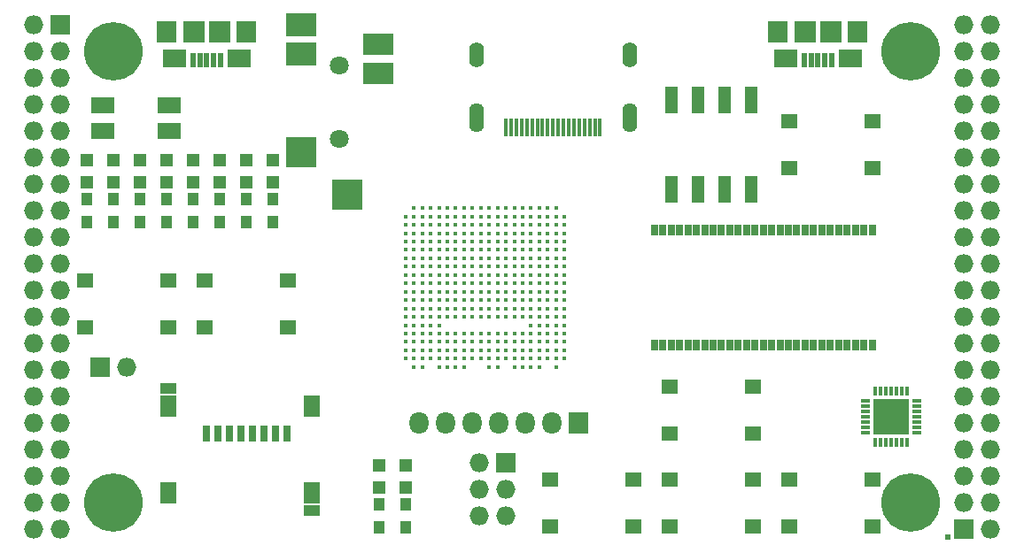
<source format=gts>
G04 #@! TF.FileFunction,Soldermask,Top*
%FSLAX46Y46*%
G04 Gerber Fmt 4.6, Leading zero omitted, Abs format (unit mm)*
G04 Created by KiCad (PCBNEW 4.0.7+dfsg1-1) date Fri Nov 10 03:01:21 2017*
%MOMM*%
%LPD*%
G01*
G04 APERTURE LIST*
%ADD10C,0.100000*%
%ADD11R,0.600000X0.600000*%
%ADD12R,1.298880X1.298880*%
%ADD13R,0.660000X1.000000*%
%ADD14R,1.827200X1.827200*%
%ADD15O,1.827200X1.827200*%
%ADD16C,5.600000*%
%ADD17R,2.300000X1.500000*%
%ADD18R,1.000000X1.300000*%
%ADD19R,2.200000X1.700000*%
%ADD20R,2.000000X2.000000*%
%ADD21R,0.500000X1.450000*%
%ADD22R,1.900000X2.000000*%
%ADD23O,0.950000X0.400000*%
%ADD24O,0.400000X0.950000*%
%ADD25R,1.775000X1.775000*%
%ADD26R,1.827200X2.132000*%
%ADD27O,1.827200X2.132000*%
%ADD28R,2.900000X2.300000*%
%ADD29R,2.900000X2.900000*%
%ADD30R,2.900000X2.100000*%
%ADD31C,1.800000*%
%ADD32O,1.400000X2.800000*%
%ADD33O,1.400000X2.400000*%
%ADD34R,0.350000X1.700000*%
%ADD35R,1.650000X1.400000*%
%ADD36R,1.220000X2.540000*%
%ADD37C,0.430000*%
%ADD38R,0.800000X1.600000*%
%ADD39R,1.550000X1.000000*%
%ADD40R,1.550000X2.100000*%
G04 APERTURE END LIST*
D10*
D11*
X182675150Y-111637626D03*
D12*
X118230000Y-77709020D03*
X118230000Y-75610980D03*
X115690000Y-77709020D03*
X115690000Y-75610980D03*
X113150000Y-77709020D03*
X113150000Y-75610980D03*
X110610000Y-77709020D03*
X110610000Y-75610980D03*
X108070000Y-77709020D03*
X108070000Y-75610980D03*
X105530000Y-77709020D03*
X105530000Y-75610980D03*
X102990000Y-77709020D03*
X102990000Y-75610980D03*
X100450000Y-77709020D03*
X100450000Y-75610980D03*
D13*
X175480000Y-82270000D03*
X154680000Y-93330000D03*
X155480000Y-93330000D03*
X156280000Y-93330000D03*
X157080000Y-93330000D03*
X157880000Y-93330000D03*
X158680000Y-93330000D03*
X159480000Y-93330000D03*
X160280000Y-93330000D03*
X161080000Y-93330000D03*
X161880000Y-93330000D03*
X162680000Y-93330000D03*
X163480000Y-93330000D03*
X164280000Y-93330000D03*
X165080000Y-93330000D03*
X165880000Y-93330000D03*
X166680000Y-93330000D03*
X167480000Y-93330000D03*
X168280000Y-93330000D03*
X169080000Y-93330000D03*
X169880000Y-93330000D03*
X170680000Y-93330000D03*
X171480000Y-93330000D03*
X172280000Y-93330000D03*
X173080000Y-93330000D03*
X173880000Y-93330000D03*
X174680000Y-93330000D03*
X175480000Y-93330000D03*
X174680000Y-82270000D03*
X173880000Y-82270000D03*
X173080000Y-82270000D03*
X172280000Y-82270000D03*
X171480000Y-82270000D03*
X170680000Y-82270000D03*
X169880000Y-82270000D03*
X169080000Y-82270000D03*
X168280000Y-82270000D03*
X167480000Y-82270000D03*
X166680000Y-82270000D03*
X165880000Y-82270000D03*
X165080000Y-82270000D03*
X164280000Y-82270000D03*
X163480000Y-82270000D03*
X162680000Y-82270000D03*
X161880000Y-82270000D03*
X161080000Y-82270000D03*
X160280000Y-82270000D03*
X159480000Y-82270000D03*
X158680000Y-82270000D03*
X157880000Y-82270000D03*
X157080000Y-82270000D03*
X156280000Y-82270000D03*
X155480000Y-82270000D03*
X154680000Y-82270000D03*
D14*
X97910000Y-62690000D03*
D15*
X95370000Y-62690000D03*
X97910000Y-65230000D03*
X95370000Y-65230000D03*
X97910000Y-67770000D03*
X95370000Y-67770000D03*
X97910000Y-70310000D03*
X95370000Y-70310000D03*
X97910000Y-72850000D03*
X95370000Y-72850000D03*
X97910000Y-75390000D03*
X95370000Y-75390000D03*
X97910000Y-77930000D03*
X95370000Y-77930000D03*
X97910000Y-80470000D03*
X95370000Y-80470000D03*
X97910000Y-83010000D03*
X95370000Y-83010000D03*
X97910000Y-85550000D03*
X95370000Y-85550000D03*
X97910000Y-88090000D03*
X95370000Y-88090000D03*
X97910000Y-90630000D03*
X95370000Y-90630000D03*
X97910000Y-93170000D03*
X95370000Y-93170000D03*
X97910000Y-95710000D03*
X95370000Y-95710000D03*
X97910000Y-98250000D03*
X95370000Y-98250000D03*
X97910000Y-100790000D03*
X95370000Y-100790000D03*
X97910000Y-103330000D03*
X95370000Y-103330000D03*
X97910000Y-105870000D03*
X95370000Y-105870000D03*
X97910000Y-108410000D03*
X95370000Y-108410000D03*
X97910000Y-110950000D03*
X95370000Y-110950000D03*
D14*
X184270000Y-110950000D03*
D15*
X186810000Y-110950000D03*
X184270000Y-108410000D03*
X186810000Y-108410000D03*
X184270000Y-105870000D03*
X186810000Y-105870000D03*
X184270000Y-103330000D03*
X186810000Y-103330000D03*
X184270000Y-100790000D03*
X186810000Y-100790000D03*
X184270000Y-98250000D03*
X186810000Y-98250000D03*
X184270000Y-95710000D03*
X186810000Y-95710000D03*
X184270000Y-93170000D03*
X186810000Y-93170000D03*
X184270000Y-90630000D03*
X186810000Y-90630000D03*
X184270000Y-88090000D03*
X186810000Y-88090000D03*
X184270000Y-85550000D03*
X186810000Y-85550000D03*
X184270000Y-83010000D03*
X186810000Y-83010000D03*
X184270000Y-80470000D03*
X186810000Y-80470000D03*
X184270000Y-77930000D03*
X186810000Y-77930000D03*
X184270000Y-75390000D03*
X186810000Y-75390000D03*
X184270000Y-72850000D03*
X186810000Y-72850000D03*
X184270000Y-70310000D03*
X186810000Y-70310000D03*
X184270000Y-67770000D03*
X186810000Y-67770000D03*
X184270000Y-65230000D03*
X186810000Y-65230000D03*
X184270000Y-62690000D03*
X186810000Y-62690000D03*
D16*
X102990000Y-108410000D03*
X179190000Y-108410000D03*
X179190000Y-65230000D03*
X102990000Y-65230000D03*
D17*
X108274000Y-70330000D03*
X101974000Y-70330000D03*
X101974000Y-72830000D03*
X108274000Y-72830000D03*
D14*
X101720000Y-95456000D03*
D15*
X104260000Y-95456000D03*
D12*
X128390000Y-104820980D03*
X128390000Y-106919020D03*
X130930000Y-104820980D03*
X130930000Y-106919020D03*
D18*
X128390000Y-108580000D03*
X128390000Y-110780000D03*
X130930000Y-110780000D03*
X130930000Y-108580000D03*
D19*
X114980000Y-65875000D03*
X108780000Y-65875000D03*
D20*
X113080000Y-63325000D03*
X110680000Y-63325000D03*
D21*
X113180000Y-66000000D03*
X112530000Y-66000000D03*
X111880000Y-66000000D03*
X111230000Y-66000000D03*
X110580000Y-66000000D03*
D22*
X115680000Y-63325000D03*
X108080000Y-63325000D03*
D19*
X173400000Y-65875000D03*
X167200000Y-65875000D03*
D20*
X171500000Y-63325000D03*
X169100000Y-63325000D03*
D21*
X171600000Y-66000000D03*
X170950000Y-66000000D03*
X170300000Y-66000000D03*
X169650000Y-66000000D03*
X169000000Y-66000000D03*
D22*
X174100000Y-63325000D03*
X166500000Y-63325000D03*
D14*
X140455000Y-104600000D03*
D15*
X137915000Y-104600000D03*
X140455000Y-107140000D03*
X137915000Y-107140000D03*
X140455000Y-109680000D03*
X137915000Y-109680000D03*
D18*
X118230000Y-81570000D03*
X118230000Y-79370000D03*
X115690000Y-81570000D03*
X115690000Y-79370000D03*
X113150000Y-81570000D03*
X113150000Y-79370000D03*
X110610000Y-81570000D03*
X110610000Y-79370000D03*
X108070000Y-81570000D03*
X108070000Y-79370000D03*
X105530000Y-81570000D03*
X105530000Y-79370000D03*
X102990000Y-81570000D03*
X102990000Y-79370000D03*
X100450000Y-81570000D03*
X100450000Y-79370000D03*
D23*
X179735000Y-101655000D03*
X179735000Y-101155000D03*
X179735000Y-100655000D03*
X179735000Y-100155000D03*
X179735000Y-99655000D03*
X179735000Y-99155000D03*
X179735000Y-98655000D03*
D24*
X178785000Y-97705000D03*
X178285000Y-97705000D03*
X177785000Y-97705000D03*
X177285000Y-97705000D03*
X176785000Y-97705000D03*
X176285000Y-97705000D03*
X175785000Y-97705000D03*
D23*
X174835000Y-98655000D03*
X174835000Y-99155000D03*
X174835000Y-99655000D03*
X174835000Y-100155000D03*
X174835000Y-100655000D03*
X174835000Y-101155000D03*
X174835000Y-101655000D03*
D24*
X175785000Y-102605000D03*
X176285000Y-102605000D03*
X176785000Y-102605000D03*
X177285000Y-102605000D03*
X177785000Y-102605000D03*
X178285000Y-102605000D03*
X178785000Y-102605000D03*
D25*
X176447500Y-99317500D03*
X176447500Y-100992500D03*
X178122500Y-99317500D03*
X178122500Y-100992500D03*
D26*
X147440000Y-100790000D03*
D27*
X144900000Y-100790000D03*
X142360000Y-100790000D03*
X139820000Y-100790000D03*
X137280000Y-100790000D03*
X134740000Y-100790000D03*
X132200000Y-100790000D03*
D28*
X120880000Y-62640000D03*
X120880000Y-65440000D03*
D29*
X120880000Y-74840000D03*
X125330000Y-78940000D03*
D30*
X128280000Y-67340000D03*
X128280000Y-64540000D03*
D31*
X124580000Y-66540000D03*
X124580000Y-73540000D03*
D32*
X152280000Y-71550000D03*
X137680000Y-71550000D03*
D33*
X137680000Y-65500000D03*
D34*
X140480000Y-72500000D03*
X140980000Y-72500000D03*
X141480000Y-72500000D03*
X141980000Y-72500000D03*
X142480000Y-72500000D03*
X142980000Y-72500000D03*
X143480000Y-72500000D03*
X143980000Y-72500000D03*
X144480000Y-72500000D03*
X144980000Y-72500000D03*
X145480000Y-72500000D03*
X145980000Y-72500000D03*
X146480000Y-72500000D03*
X146980000Y-72500000D03*
X147480000Y-72500000D03*
X147980000Y-72500000D03*
X148480000Y-72500000D03*
X148980000Y-72500000D03*
X149480000Y-72500000D03*
D33*
X152280000Y-65500000D03*
D35*
X175550000Y-71870000D03*
X175550000Y-76370000D03*
X167590000Y-76370000D03*
X167590000Y-71870000D03*
X100280000Y-91610000D03*
X100280000Y-87110000D03*
X108240000Y-87110000D03*
X108240000Y-91610000D03*
X111710000Y-91610000D03*
X111710000Y-87110000D03*
X119670000Y-87110000D03*
X119670000Y-91610000D03*
X156160000Y-101770000D03*
X156160000Y-97270000D03*
X164120000Y-97270000D03*
X164120000Y-101770000D03*
X164120000Y-106160000D03*
X164120000Y-110660000D03*
X156160000Y-110660000D03*
X156160000Y-106160000D03*
X152690000Y-106160000D03*
X152690000Y-110660000D03*
X144730000Y-110660000D03*
X144730000Y-106160000D03*
X175550000Y-106160000D03*
X175550000Y-110660000D03*
X167590000Y-110660000D03*
X167590000Y-106160000D03*
D36*
X163950000Y-69815000D03*
X156330000Y-78425000D03*
X161410000Y-69815000D03*
X158870000Y-78425000D03*
X158870000Y-69815000D03*
X161410000Y-78425000D03*
X156330000Y-69815000D03*
X163950000Y-78425000D03*
D37*
X131680000Y-80200000D03*
X132480000Y-80200000D03*
X133280000Y-80200000D03*
X134080000Y-80200000D03*
X134880000Y-80200000D03*
X135680000Y-80200000D03*
X136480000Y-80200000D03*
X137280000Y-80200000D03*
X138080000Y-80200000D03*
X138880000Y-80200000D03*
X139680000Y-80200000D03*
X140480000Y-80200000D03*
X141280000Y-80200000D03*
X142080000Y-80200000D03*
X142880000Y-80200000D03*
X143680000Y-80200000D03*
X144480000Y-80200000D03*
X145280000Y-80200000D03*
X130880000Y-81000000D03*
X131680000Y-81000000D03*
X132480000Y-81000000D03*
X133280000Y-81000000D03*
X134080000Y-81000000D03*
X134880000Y-81000000D03*
X135680000Y-81000000D03*
X136480000Y-81000000D03*
X137280000Y-81000000D03*
X138080000Y-81000000D03*
X138880000Y-81000000D03*
X139680000Y-81000000D03*
X140480000Y-81000000D03*
X141280000Y-81000000D03*
X142080000Y-81000000D03*
X142880000Y-81000000D03*
X143680000Y-81000000D03*
X144480000Y-81000000D03*
X145280000Y-81000000D03*
X146080000Y-81000000D03*
X130880000Y-81800000D03*
X131680000Y-81800000D03*
X132480000Y-81800000D03*
X133280000Y-81800000D03*
X134080000Y-81800000D03*
X134880000Y-81800000D03*
X135680000Y-81800000D03*
X136480000Y-81800000D03*
X137280000Y-81800000D03*
X138080000Y-81800000D03*
X138880000Y-81800000D03*
X139680000Y-81800000D03*
X140480000Y-81800000D03*
X141280000Y-81800000D03*
X142080000Y-81800000D03*
X142880000Y-81800000D03*
X143680000Y-81800000D03*
X144480000Y-81800000D03*
X145280000Y-81800000D03*
X146080000Y-81800000D03*
X130880000Y-82600000D03*
X131680000Y-82600000D03*
X132480000Y-82600000D03*
X133280000Y-82600000D03*
X134080000Y-82600000D03*
X134880000Y-82600000D03*
X135680000Y-82600000D03*
X136480000Y-82600000D03*
X137280000Y-82600000D03*
X138080000Y-82600000D03*
X138880000Y-82600000D03*
X139680000Y-82600000D03*
X140480000Y-82600000D03*
X141280000Y-82600000D03*
X142080000Y-82600000D03*
X142880000Y-82600000D03*
X143680000Y-82600000D03*
X144480000Y-82600000D03*
X145280000Y-82600000D03*
X146080000Y-82600000D03*
X130880000Y-83400000D03*
X131680000Y-83400000D03*
X132480000Y-83400000D03*
X133280000Y-83400000D03*
X134080000Y-83400000D03*
X134880000Y-83400000D03*
X135680000Y-83400000D03*
X136480000Y-83400000D03*
X137280000Y-83400000D03*
X138080000Y-83400000D03*
X138880000Y-83400000D03*
X139680000Y-83400000D03*
X140480000Y-83400000D03*
X141280000Y-83400000D03*
X142080000Y-83400000D03*
X142880000Y-83400000D03*
X143680000Y-83400000D03*
X144480000Y-83400000D03*
X145280000Y-83400000D03*
X146080000Y-83400000D03*
X130880000Y-84200000D03*
X131680000Y-84200000D03*
X132480000Y-84200000D03*
X133280000Y-84200000D03*
X134080000Y-84200000D03*
X134880000Y-84200000D03*
X135680000Y-84200000D03*
X136480000Y-84200000D03*
X137280000Y-84200000D03*
X138080000Y-84200000D03*
X138880000Y-84200000D03*
X139680000Y-84200000D03*
X140480000Y-84200000D03*
X141280000Y-84200000D03*
X142080000Y-84200000D03*
X142880000Y-84200000D03*
X143680000Y-84200000D03*
X144480000Y-84200000D03*
X145280000Y-84200000D03*
X146080000Y-84200000D03*
X130880000Y-85000000D03*
X131680000Y-85000000D03*
X132480000Y-85000000D03*
X133280000Y-85000000D03*
X134080000Y-85000000D03*
X134880000Y-85000000D03*
X135680000Y-85000000D03*
X136480000Y-85000000D03*
X137280000Y-85000000D03*
X138080000Y-85000000D03*
X138880000Y-85000000D03*
X139680000Y-85000000D03*
X140480000Y-85000000D03*
X141280000Y-85000000D03*
X142080000Y-85000000D03*
X142880000Y-85000000D03*
X143680000Y-85000000D03*
X144480000Y-85000000D03*
X145280000Y-85000000D03*
X146080000Y-85000000D03*
X130880000Y-85800000D03*
X131680000Y-85800000D03*
X132480000Y-85800000D03*
X133280000Y-85800000D03*
X134080000Y-85800000D03*
X134880000Y-85800000D03*
X135680000Y-85800000D03*
X136480000Y-85800000D03*
X137280000Y-85800000D03*
X138080000Y-85800000D03*
X138880000Y-85800000D03*
X139680000Y-85800000D03*
X140480000Y-85800000D03*
X141280000Y-85800000D03*
X142080000Y-85800000D03*
X142880000Y-85800000D03*
X143680000Y-85800000D03*
X144480000Y-85800000D03*
X145280000Y-85800000D03*
X146080000Y-85800000D03*
X130880000Y-86600000D03*
X131680000Y-86600000D03*
X132480000Y-86600000D03*
X133280000Y-86600000D03*
X134080000Y-86600000D03*
X134880000Y-86600000D03*
X135680000Y-86600000D03*
X136480000Y-86600000D03*
X137280000Y-86600000D03*
X138080000Y-86600000D03*
X138880000Y-86600000D03*
X139680000Y-86600000D03*
X140480000Y-86600000D03*
X141280000Y-86600000D03*
X142080000Y-86600000D03*
X142880000Y-86600000D03*
X143680000Y-86600000D03*
X144480000Y-86600000D03*
X145280000Y-86600000D03*
X146080000Y-86600000D03*
X130880000Y-87400000D03*
X131680000Y-87400000D03*
X132480000Y-87400000D03*
X133280000Y-87400000D03*
X134080000Y-87400000D03*
X134880000Y-87400000D03*
X135680000Y-87400000D03*
X136480000Y-87400000D03*
X137280000Y-87400000D03*
X138080000Y-87400000D03*
X138880000Y-87400000D03*
X139680000Y-87400000D03*
X140480000Y-87400000D03*
X141280000Y-87400000D03*
X142080000Y-87400000D03*
X142880000Y-87400000D03*
X143680000Y-87400000D03*
X144480000Y-87400000D03*
X145280000Y-87400000D03*
X146080000Y-87400000D03*
X130880000Y-88200000D03*
X131680000Y-88200000D03*
X132480000Y-88200000D03*
X133280000Y-88200000D03*
X134080000Y-88200000D03*
X134880000Y-88200000D03*
X135680000Y-88200000D03*
X136480000Y-88200000D03*
X137280000Y-88200000D03*
X138080000Y-88200000D03*
X138880000Y-88200000D03*
X139680000Y-88200000D03*
X140480000Y-88200000D03*
X141280000Y-88200000D03*
X142080000Y-88200000D03*
X142880000Y-88200000D03*
X143680000Y-88200000D03*
X144480000Y-88200000D03*
X145280000Y-88200000D03*
X146080000Y-88200000D03*
X130880000Y-89000000D03*
X131680000Y-89000000D03*
X132480000Y-89000000D03*
X133280000Y-89000000D03*
X134080000Y-89000000D03*
X134880000Y-89000000D03*
X135680000Y-89000000D03*
X136480000Y-89000000D03*
X137280000Y-89000000D03*
X138080000Y-89000000D03*
X138880000Y-89000000D03*
X139680000Y-89000000D03*
X140480000Y-89000000D03*
X141280000Y-89000000D03*
X142080000Y-89000000D03*
X142880000Y-89000000D03*
X143680000Y-89000000D03*
X144480000Y-89000000D03*
X145280000Y-89000000D03*
X146080000Y-89000000D03*
X130880000Y-89800000D03*
X131680000Y-89800000D03*
X132480000Y-89800000D03*
X133280000Y-89800000D03*
X134080000Y-89800000D03*
X134880000Y-89800000D03*
X135680000Y-89800000D03*
X136480000Y-89800000D03*
X137280000Y-89800000D03*
X138080000Y-89800000D03*
X138880000Y-89800000D03*
X139680000Y-89800000D03*
X140480000Y-89800000D03*
X141280000Y-89800000D03*
X142080000Y-89800000D03*
X142880000Y-89800000D03*
X143680000Y-89800000D03*
X144480000Y-89800000D03*
X145280000Y-89800000D03*
X146080000Y-89800000D03*
X130880000Y-90600000D03*
X131680000Y-90600000D03*
X132480000Y-90600000D03*
X133280000Y-90600000D03*
X134080000Y-90600000D03*
X134880000Y-90600000D03*
X135680000Y-90600000D03*
X136480000Y-90600000D03*
X137280000Y-90600000D03*
X138080000Y-90600000D03*
X138880000Y-90600000D03*
X139680000Y-90600000D03*
X140480000Y-90600000D03*
X141280000Y-90600000D03*
X142080000Y-90600000D03*
X142880000Y-90600000D03*
X143680000Y-90600000D03*
X144480000Y-90600000D03*
X145280000Y-90600000D03*
X146080000Y-90600000D03*
X130880000Y-91400000D03*
X131680000Y-91400000D03*
X132480000Y-91400000D03*
X133280000Y-91400000D03*
X134080000Y-91400000D03*
X142880000Y-91400000D03*
X143680000Y-91400000D03*
X144480000Y-91400000D03*
X145280000Y-91400000D03*
X146080000Y-91400000D03*
X130880000Y-92200000D03*
X131680000Y-92200000D03*
X132480000Y-92200000D03*
X133280000Y-92200000D03*
X134080000Y-92200000D03*
X134880000Y-92200000D03*
X135680000Y-92200000D03*
X136480000Y-92200000D03*
X137280000Y-92200000D03*
X138080000Y-92200000D03*
X138880000Y-92200000D03*
X139680000Y-92200000D03*
X140480000Y-92200000D03*
X141280000Y-92200000D03*
X142080000Y-92200000D03*
X142880000Y-92200000D03*
X143680000Y-92200000D03*
X144480000Y-92200000D03*
X145280000Y-92200000D03*
X146080000Y-92200000D03*
X130880000Y-93000000D03*
X131680000Y-93000000D03*
X132480000Y-93000000D03*
X133280000Y-93000000D03*
X134080000Y-93000000D03*
X134880000Y-93000000D03*
X135680000Y-93000000D03*
X136480000Y-93000000D03*
X137280000Y-93000000D03*
X138080000Y-93000000D03*
X138880000Y-93000000D03*
X139680000Y-93000000D03*
X140480000Y-93000000D03*
X141280000Y-93000000D03*
X142080000Y-93000000D03*
X142880000Y-93000000D03*
X143680000Y-93000000D03*
X144480000Y-93000000D03*
X145280000Y-93000000D03*
X146080000Y-93000000D03*
X130880000Y-93800000D03*
X131680000Y-93800000D03*
X132480000Y-93800000D03*
X133280000Y-93800000D03*
X134080000Y-93800000D03*
X134880000Y-93800000D03*
X135680000Y-93800000D03*
X136480000Y-93800000D03*
X137280000Y-93800000D03*
X138080000Y-93800000D03*
X138880000Y-93800000D03*
X139680000Y-93800000D03*
X140480000Y-93800000D03*
X141280000Y-93800000D03*
X142080000Y-93800000D03*
X142880000Y-93800000D03*
X143680000Y-93800000D03*
X144480000Y-93800000D03*
X145280000Y-93800000D03*
X146080000Y-93800000D03*
X130880000Y-94600000D03*
X131680000Y-94600000D03*
X132480000Y-94600000D03*
X133280000Y-94600000D03*
X134080000Y-94600000D03*
X134880000Y-94600000D03*
X135680000Y-94600000D03*
X136480000Y-94600000D03*
X137280000Y-94600000D03*
X138080000Y-94600000D03*
X138880000Y-94600000D03*
X139680000Y-94600000D03*
X140480000Y-94600000D03*
X141280000Y-94600000D03*
X142080000Y-94600000D03*
X142880000Y-94600000D03*
X143680000Y-94600000D03*
X144480000Y-94600000D03*
X145280000Y-94600000D03*
X146080000Y-94600000D03*
X131680000Y-95400000D03*
X132480000Y-95400000D03*
X134080000Y-95400000D03*
X134880000Y-95400000D03*
X135680000Y-95400000D03*
X136480000Y-95400000D03*
X138880000Y-95400000D03*
X139680000Y-95400000D03*
X141280000Y-95400000D03*
X142080000Y-95400000D03*
X142880000Y-95400000D03*
X143680000Y-95400000D03*
X145280000Y-95400000D03*
D38*
X111855000Y-101765000D03*
X112955000Y-101765000D03*
X114055000Y-101765000D03*
X115155000Y-101765000D03*
X116255000Y-101765000D03*
X117355000Y-101765000D03*
X118455000Y-101765000D03*
X119555000Y-101765000D03*
D39*
X108180000Y-97465000D03*
X121930000Y-109115000D03*
D40*
X121930000Y-99165000D03*
X108180000Y-99165000D03*
X108180000Y-107465000D03*
X121930000Y-107465000D03*
M02*

</source>
